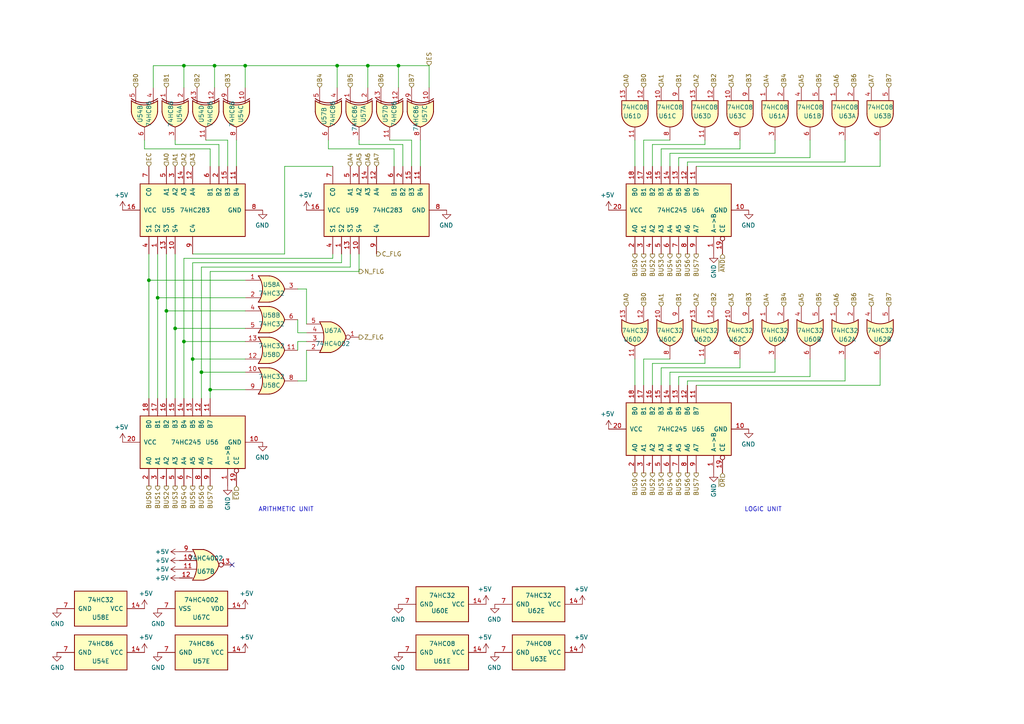
<source format=kicad_sch>
(kicad_sch (version 20231120) (generator "eeschema") (generator_version "8.0")
  (paper "A4")
  (title_block (title "Arithmetic and Logic Unit") (date "2024-10-10") (rev "1.1") (comment 2 "creativecommons.org/licenses/by-nc-sa/4.0/") (comment 3 "This work is licensed under CC BY-NC-SA 4.0") (comment 4 "Author: Carsten Herting (slu4)"))
  (lib_symbols
    (symbol "74xx:74HC86" (pin_names (offset 1.016))
      (property "Reference" "U" (at 0 1.27 0))
      (property "Value" "74HC86" (at 0 -1.27 0))
      (symbol "74HC86_1_0"
        (pin input line (at -7.62 2.54 0) (length 4.445) (name "~") (number "1"))
        (pin input line (at -7.62 -2.54 0) (length 4.445) (name "~") (number "2"))
        (pin output line (at 7.62 0 180) (length 3.81) (name "~") (number "3"))
      )
      (symbol "74HC86_2_0"
        (pin input line (at -7.62 2.54 0) (length 4.445) (name "~") (number "4"))
        (pin input line (at -7.62 -2.54 0) (length 4.445) (name "~") (number "5"))
        (pin output line (at 7.62 0 180) (length 3.81) (name "~") (number "6"))
      )
      (symbol "74HC86_3_0"
        (pin input line (at -7.62 -2.54 0) (length 4.445) (name "~") (number "10"))
        (pin output line (at 7.62 0 180) (length 3.81) (name "~") (number "8"))
        (pin input line (at -7.62 2.54 0) (length 4.445) (name "~") (number "9"))
      )
      (symbol "74HC86_4_0"
        (pin output line (at 7.62 0 180) (length 3.81) (name "~") (number "11"))
        (pin input line (at -7.62 2.54 0) (length 4.445) (name "~") (number "12"))
        (pin input line (at -7.62 -2.54 0) (length 4.445) (name "~") (number "13"))
      )
      (symbol "74HC86_5_0"
        (pin power_in line (at 0 12.7 270) (length 5.08) (name "VCC") (number "14"))
        (pin power_in line (at 0 -12.7 90) (length 5.08) (name "GND") (number "7"))
      )
    )
    (symbol "8-Bit CPU 32k:74HC08" (pin_names (offset 1.016))
      (property "Reference" "U" (at 0 1.27 0))
      (property "Value" "74HC08" (at 0 -1.27 0))
      (symbol "74HC08_1_1"
        (pin input line (at -7.62 2.54 0) (length 3.81) (name "~") (number "1"))
        (pin input line (at -7.62 -2.54 0) (length 3.81) (name "~") (number "2"))
        (pin output line (at 7.62 0 180) (length 3.81) (name "~") (number "3"))
      )
      (symbol "74HC08_1_2"
        (pin input inverted (at -7.62 2.54 0) (length 4.318) (name "~") (number "1"))
        (pin input inverted (at -7.62 -2.54 0) (length 4.318) (name "~") (number "2"))
        (pin output inverted (at 7.62 0 180) (length 3.81) (name "~") (number "3"))
      )
      (symbol "74HC08_2_1"
        (pin input line (at -7.62 2.54 0) (length 3.81) (name "~") (number "4"))
        (pin input line (at -7.62 -2.54 0) (length 3.81) (name "~") (number "5"))
        (pin output line (at 7.62 0 180) (length 3.81) (name "~") (number "6"))
      )
      (symbol "74HC08_2_2"
        (pin input inverted (at -7.62 2.54 0) (length 4.318) (name "~") (number "4"))
        (pin input inverted (at -7.62 -2.54 0) (length 4.318) (name "~") (number "5"))
        (pin output inverted (at 7.62 0 180) (length 3.81) (name "~") (number "6"))
      )
      (symbol "74HC08_3_1"
        (pin input line (at -7.62 -2.54 0) (length 3.81) (name "~") (number "10"))
        (pin output line (at 7.62 0 180) (length 3.81) (name "~") (number "8"))
        (pin input line (at -7.62 2.54 0) (length 3.81) (name "~") (number "9"))
      )
      (symbol "74HC08_3_2"
        (pin input inverted (at -7.62 -2.54 0) (length 4.318) (name "~") (number "10"))
        (pin output inverted (at 7.62 0 180) (length 3.81) (name "~") (number "8"))
        (pin input inverted (at -7.62 2.54 0) (length 4.318) (name "~") (number "9"))
      )
      (symbol "74HC08_4_1"
        (pin output line (at 7.62 0 180) (length 3.81) (name "~") (number "11"))
        (pin input line (at -7.62 2.54 0) (length 3.81) (name "~") (number "12"))
        (pin input line (at -7.62 -2.54 0) (length 3.81) (name "~") (number "13"))
      )
      (symbol "74HC08_4_2"
        (pin output inverted (at 7.62 0 180) (length 3.81) (name "~") (number "11"))
        (pin input inverted (at -7.62 2.54 0) (length 4.318) (name "~") (number "12"))
        (pin input inverted (at -7.62 -2.54 0) (length 4.318) (name "~") (number "13"))
      )
      (symbol "74HC08_5_0"
        (pin power_in line (at 0 12.7 270) (length 5.08) (name "VCC") (number "14"))
        (pin power_in line (at 0 -12.7 90) (length 5.08) (name "GND") (number "7"))
      )
    )
    (symbol "8-Bit CPU 32k:74HC245" (pin_names (offset 1.016))
      (property "Reference" "U" (at 0 -6.35 90))
      (property "Value" "74HC245" (at 0 2.54 90))
      (symbol "74HC245_1_0"
        (pin input line (at -12.7 -10.16 0) (length 5.08) (name "A->B") (number "1"))
        (pin power_in line (at 0 -20.32 90) (length 5.08) (name "GND") (number "10"))
        (pin input line (at 12.7 -5.08 180) (length 5.08) (name "B7") (number "11"))
        (pin input line (at 12.7 -2.54 180) (length 5.08) (name "B6") (number "12"))
        (pin input line (at 12.7 0 180) (length 5.08) (name "B5") (number "13"))
        (pin input line (at 12.7 2.54 180) (length 5.08) (name "B4") (number "14"))
        (pin input line (at 12.7 5.08 180) (length 5.08) (name "B3") (number "15"))
        (pin input line (at 12.7 7.62 180) (length 5.08) (name "B2") (number "16"))
        (pin input line (at 12.7 10.16 180) (length 5.08) (name "B1") (number "17"))
        (pin input line (at 12.7 12.7 180) (length 5.08) (name "B0") (number "18"))
        (pin input inverted (at -12.7 -12.7 0) (length 5.08) (name "CE") (number "19"))
        (pin tri_state line (at -12.7 12.7 0) (length 5.08) (name "A0") (number "2"))
        (pin power_in line (at 0 20.32 270) (length 5.08) (name "VCC") (number "20"))
        (pin tri_state line (at -12.7 10.16 0) (length 5.08) (name "A1") (number "3"))
        (pin tri_state line (at -12.7 7.62 0) (length 5.08) (name "A2") (number "4"))
        (pin tri_state line (at -12.7 5.08 0) (length 5.08) (name "A3") (number "5"))
        (pin tri_state line (at -12.7 2.54 0) (length 5.08) (name "A4") (number "6"))
        (pin tri_state line (at -12.7 0 0) (length 5.08) (name "A5") (number "7"))
        (pin tri_state line (at -12.7 -2.54 0) (length 5.08) (name "A6") (number "8"))
        (pin tri_state line (at -12.7 -5.08 0) (length 5.08) (name "A7") (number "9"))
      )
    )
    (symbol "8-Bit CPU 32k:74HC283" (pin_names (offset 1.016))
      (property "Reference" "U" (at 0 -5.08 90))
      (property "Value" "74HC283" (at 0 3.81 90))
      (symbol "74HC283_1_0"
        (pin output line (at 12.7 10.16 180) (length 5.08) (name "S2") (number "1"))
        (pin output line (at 12.7 5.08 180) (length 5.08) (name "S4") (number "10"))
        (pin input line (at -12.7 -12.7 0) (length 5.08) (name "B4") (number "11"))
        (pin input line (at -12.7 0 0) (length 5.08) (name "A4") (number "12"))
        (pin output line (at 12.7 7.62 180) (length 5.08) (name "S3") (number "13"))
        (pin input line (at -12.7 2.54 0) (length 5.08) (name "A3") (number "14"))
        (pin input line (at -12.7 -10.16 0) (length 5.08) (name "B3") (number "15"))
        (pin power_in line (at 0 20.32 270) (length 5.08) (name "VCC") (number "16"))
        (pin input line (at -12.7 -7.62 0) (length 5.08) (name "B2") (number "2"))
        (pin input line (at -12.7 5.08 0) (length 5.08) (name "A2") (number "3"))
        (pin output line (at 12.7 12.7 180) (length 5.08) (name "S1") (number "4"))
        (pin input line (at -12.7 7.62 0) (length 5.08) (name "A1") (number "5"))
        (pin input line (at -12.7 -5.08 0) (length 5.08) (name "B1") (number "6"))
        (pin input line (at -12.7 12.7 0) (length 5.08) (name "C0") (number "7"))
        (pin power_in line (at 0 -20.32 90) (length 5.08) (name "GND") (number "8"))
        (pin output line (at 12.7 0 180) (length 5.08) (name "C4") (number "9"))
      )
    )
    (symbol "8-Bit CPU 32k:74HC32" (pin_names (offset 1.016))
      (property "Reference" "U" (at 0 1.27 0))
      (property "Value" "74HC32" (at 0 -1.27 0))
      (symbol "74HC32_1_1"
        (pin input line (at -7.62 2.54 0) (length 4.318) (name "~") (number "1"))
        (pin input line (at -7.62 -2.54 0) (length 4.318) (name "~") (number "2"))
        (pin output line (at 7.62 0 180) (length 3.81) (name "~") (number "3"))
      )
      (symbol "74HC32_1_2"
        (pin input inverted (at -7.62 2.54 0) (length 3.81) (name "~") (number "1"))
        (pin input inverted (at -7.62 -2.54 0) (length 3.81) (name "~") (number "2"))
        (pin output inverted (at 7.62 0 180) (length 3.81) (name "~") (number "3"))
      )
      (symbol "74HC32_2_1"
        (pin input line (at -7.62 2.54 0) (length 4.318) (name "~") (number "4"))
        (pin input line (at -7.62 -2.54 0) (length 4.318) (name "~") (number "5"))
        (pin output line (at 7.62 0 180) (length 3.81) (name "~") (number "6"))
      )
      (symbol "74HC32_2_2"
        (pin input inverted (at -7.62 2.54 0) (length 3.81) (name "~") (number "4"))
        (pin input inverted (at -7.62 -2.54 0) (length 3.81) (name "~") (number "5"))
        (pin output inverted (at 7.62 0 180) (length 3.81) (name "~") (number "6"))
      )
      (symbol "74HC32_3_1"
        (pin input line (at -7.62 -2.54 0) (length 4.318) (name "~") (number "10"))
        (pin output line (at 7.62 0 180) (length 3.81) (name "~") (number "8"))
        (pin input line (at -7.62 2.54 0) (length 4.318) (name "~") (number "9"))
      )
      (symbol "74HC32_3_2"
        (pin input inverted (at -7.62 -2.54 0) (length 3.81) (name "~") (number "10"))
        (pin output inverted (at 7.62 0 180) (length 3.81) (name "~") (number "8"))
        (pin input inverted (at -7.62 2.54 0) (length 3.81) (name "~") (number "9"))
      )
      (symbol "74HC32_4_1"
        (pin output line (at 7.62 0 180) (length 3.81) (name "~") (number "11"))
        (pin input line (at -7.62 2.54 0) (length 4.318) (name "~") (number "12"))
        (pin input line (at -7.62 -2.54 0) (length 4.318) (name "~") (number "13"))
      )
      (symbol "74HC32_4_2"
        (pin output inverted (at 7.62 0 180) (length 3.81) (name "~") (number "11"))
        (pin input inverted (at -7.62 2.54 0) (length 3.81) (name "~") (number "12"))
        (pin input inverted (at -7.62 -2.54 0) (length 3.81) (name "~") (number "13"))
      )
      (symbol "74HC32_5_0"
        (pin power_in line (at 0 12.7 270) (length 5.08) (name "VCC") (number "14"))
        (pin power_in line (at 0 -12.7 90) (length 5.08) (name "GND") (number "7"))
      )
    )
    (symbol "8-Bit CPU 32k:74HC4002" (pin_names (offset 1.016))
      (property "Reference" "U" (at 0 1.27 0))
      (property "Value" "74HC4002" (at 0 -1.27 0))
      (symbol "74HC4002_1_1"
        (pin output inverted (at 7.62 0 180) (length 3.81) (name "~") (number "1"))
        (pin input line (at -7.62 3.81 0) (length 4.064) (name "~") (number "2"))
        (pin input line (at -7.62 1.27 0) (length 4.826) (name "~") (number "3"))
        (pin input line (at -7.62 -1.27 0) (length 4.826) (name "~") (number "4"))
        (pin input line (at -7.62 -3.81 0) (length 4.064) (name "~") (number "5"))
      )
      (symbol "74HC4002_1_2"
        (pin output line (at 7.62 0 180) (length 3.81) (name "~") (number "1"))
        (pin input inverted (at -7.62 3.81 0) (length 3.81) (name "~") (number "2"))
        (pin input inverted (at -7.62 1.27 0) (length 3.81) (name "~") (number "3"))
        (pin input inverted (at -7.62 -1.27 0) (length 3.81) (name "~") (number "4"))
        (pin input inverted (at -7.62 -3.81 0) (length 3.81) (name "~") (number "5"))
      )
      (symbol "74HC4002_2_1"
        (pin input line (at -7.62 1.27 0) (length 4.826) (name "~") (number "10"))
        (pin input line (at -7.62 -1.27 0) (length 4.826) (name "~") (number "11"))
        (pin input line (at -7.62 -3.81 0) (length 3.81) (name "~") (number "12"))
        (pin output inverted (at 7.62 0 180) (length 3.81) (name "~") (number "13"))
        (pin input line (at -7.62 3.81 0) (length 3.81) (name "~") (number "9"))
      )
      (symbol "74HC4002_2_2"
        (pin input inverted (at -7.62 1.27 0) (length 3.81) (name "~") (number "10"))
        (pin input inverted (at -7.62 -1.27 0) (length 3.81) (name "~") (number "11"))
        (pin input inverted (at -7.62 -3.81 0) (length 3.81) (name "~") (number "12"))
        (pin output line (at 7.62 0 180) (length 3.81) (name "~") (number "13"))
        (pin input inverted (at -7.62 3.81 0) (length 3.81) (name "~") (number "9"))
      )
      (symbol "74HC4002_3_0"
        (pin power_in line (at 0 12.7 270) (length 5.08) (name "VDD") (number "14"))
        (pin no_connect line (at 10.16 0 180) (length 5.08) hide (name "~") (number "6"))
        (pin power_in line (at 0 -12.7 90) (length 5.08) (name "VSS") (number "7"))
        (pin no_connect line (at -10.16 0 0) (length 5.08) hide (name "~") (number "8"))
      )
    )
    (symbol "power:+5V" (power) (pin_names (offset 0))
      (property "Value" "+5V" (at 0 3.556 0))
      (symbol "+5V_1_1"
        (pin power_in line (at 0 0 90) (length 0) hide (name "+5V") (number "1"))
      )
    )
    (symbol "power:GND" (power) (pin_names (offset 0))
      (property "Value" "GND" (at 0 -3.81 0))
      (symbol "GND_1_1"
        (pin power_in line (at 0 0 270) (length 0) hide (name "GND") (number "1"))
      )
    )
  )
  (junction (at 53.34 19.05))
  (junction (at 43.18 81.28))
  (junction (at 58.42 107.95))
  (junction (at 50.8 95.25))
  (junction (at 97.79 19.05))
  (junction (at 62.23 19.05))
  (junction (at 106.68 19.05))
  (junction (at 55.88 104.14))
  (junction (at 45.72 86.36))
  (junction (at 48.26 90.17))
  (junction (at 60.96 113.03))
  (junction (at 115.57 19.05))
  (junction (at 53.34 99.06))
  (junction (at 71.12 19.05))
  (no_connect (at 67.31 163.83))
  (wire (pts (xy 71.12 19.05) (xy 97.79 19.05)))
  (wire (pts (xy 50.8 41.91) (xy 63.5 41.91)))
  (wire (pts (xy 194.31 48.26) (xy 194.31 44.45)))
  (wire (pts (xy 86.36 83.82) (xy 88.9 83.82)))
  (wire (pts (xy 45.72 73.66) (xy 45.72 86.36)))
  (wire (pts (xy 245.11 46.99) (xy 245.11 40.64)))
  (wire (pts (xy 71.12 107.95) (xy 58.42 107.95)))
  (wire (pts (xy 186.69 111.76) (xy 186.69 104.14)))
  (wire (pts (xy 186.69 48.26) (xy 186.69 40.64)))
  (wire (pts (xy 116.84 48.26) (xy 116.84 41.91)))
  (wire (pts (xy 62.23 19.05) (xy 53.34 19.05)))
  (wire (pts (xy 196.85 109.22) (xy 234.95 109.22)))
  (wire (pts (xy 71.12 86.36) (xy 45.72 86.36)))
  (wire (pts (xy 63.5 48.26) (xy 63.5 41.91)))
  (wire (pts (xy 43.18 81.28) (xy 43.18 115.57)))
  (wire (pts (xy 255.27 111.76) (xy 255.27 104.14)))
  (wire (pts (xy 99.06 76.2) (xy 55.88 76.2)))
  (wire (pts (xy 191.77 48.26) (xy 191.77 43.18)))
  (wire (pts (xy 60.96 78.74) (xy 60.96 113.03)))
  (wire (pts (xy 214.63 43.18) (xy 214.63 40.64)))
  (wire (pts (xy 88.9 110.49) (xy 88.9 101.6)))
  (wire (pts (xy 214.63 106.68) (xy 214.63 104.14)))
  (wire (pts (xy 204.47 105.41) (xy 204.47 104.14)))
  (wire (pts (xy 104.14 78.74) (xy 60.96 78.74)))
  (wire (pts (xy 44.45 19.05) (xy 53.34 19.05)))
  (wire (pts (xy 86.36 99.06) (xy 88.9 99.06)))
  (wire (pts (xy 71.12 104.14) (xy 55.88 104.14)))
  (wire (pts (xy 96.52 74.93) (xy 53.34 74.93)))
  (wire (pts (xy 115.57 19.05) (xy 106.68 19.05)))
  (wire (pts (xy 53.34 74.93) (xy 53.34 99.06)))
  (wire (pts (xy 116.84 41.91) (xy 104.14 41.91)))
  (wire (pts (xy 43.18 73.66) (xy 43.18 81.28)))
  (wire (pts (xy 194.31 44.45) (xy 224.79 44.45)))
  (wire (pts (xy 121.92 48.26) (xy 121.92 40.64)))
  (wire (pts (xy 68.58 48.26) (xy 68.58 40.64)))
  (wire (pts (xy 191.77 111.76) (xy 191.77 106.68)))
  (wire (pts (xy 124.46 19.05) (xy 115.57 19.05)))
  (wire (pts (xy 71.12 95.25) (xy 50.8 95.25)))
  (wire (pts (xy 95.25 43.18) (xy 114.3 43.18)))
  (wire (pts (xy 71.12 19.05) (xy 62.23 19.05)))
  (wire (pts (xy 71.12 81.28) (xy 43.18 81.28)))
  (wire (pts (xy 186.69 104.14) (xy 194.31 104.14)))
  (wire (pts (xy 234.95 45.72) (xy 234.95 40.64)))
  (wire (pts (xy 224.79 44.45) (xy 224.79 40.64)))
  (wire (pts (xy 50.8 40.64) (xy 50.8 41.91)))
  (wire (pts (xy 55.88 104.14) (xy 55.88 115.57)))
  (wire (pts (xy 41.91 43.18) (xy 41.91 40.64)))
  (wire (pts (xy 199.39 48.26) (xy 199.39 46.99)))
  (wire (pts (xy 50.8 73.66) (xy 50.8 95.25)))
  (wire (pts (xy 60.96 43.18) (xy 41.91 43.18)))
  (wire (pts (xy 44.45 25.4) (xy 44.45 19.05)))
  (wire (pts (xy 97.79 25.4) (xy 97.79 19.05)))
  (wire (pts (xy 184.15 111.76) (xy 184.15 104.14)))
  (wire (pts (xy 55.88 73.66) (xy 82.55 73.66)))
  (wire (pts (xy 96.52 73.66) (xy 96.52 74.93)))
  (wire (pts (xy 53.34 19.05) (xy 53.34 25.4)))
  (wire (pts (xy 189.23 105.41) (xy 204.47 105.41)))
  (wire (pts (xy 191.77 43.18) (xy 214.63 43.18)))
  (wire (pts (xy 106.68 19.05) (xy 97.79 19.05)))
  (wire (pts (xy 234.95 109.22) (xy 234.95 104.14)))
  (wire (pts (xy 104.14 73.66) (xy 104.14 78.74)))
  (wire (pts (xy 196.85 45.72) (xy 234.95 45.72)))
  (wire (pts (xy 95.25 40.64) (xy 95.25 43.18)))
  (wire (pts (xy 53.34 99.06) (xy 53.34 115.57)))
  (wire (pts (xy 113.03 40.64) (xy 119.38 40.64)))
  (wire (pts (xy 71.12 113.03) (xy 60.96 113.03)))
  (wire (pts (xy 104.14 41.91) (xy 104.14 40.64)))
  (wire (pts (xy 60.96 48.26) (xy 60.96 43.18)))
  (wire (pts (xy 48.26 90.17) (xy 48.26 115.57)))
  (wire (pts (xy 88.9 83.82) (xy 88.9 93.98)))
  (wire (pts (xy 245.11 110.49) (xy 245.11 104.14)))
  (wire (pts (xy 82.55 73.66) (xy 82.55 48.26)))
  (wire (pts (xy 62.23 25.4) (xy 62.23 19.05)))
  (wire (pts (xy 58.42 107.95) (xy 58.42 115.57)))
  (wire (pts (xy 184.15 48.26) (xy 184.15 40.64)))
  (wire (pts (xy 48.26 73.66) (xy 48.26 90.17)))
  (wire (pts (xy 71.12 90.17) (xy 48.26 90.17)))
  (wire (pts (xy 191.77 106.68) (xy 214.63 106.68)))
  (wire (pts (xy 255.27 48.26) (xy 255.27 40.64)))
  (wire (pts (xy 99.06 73.66) (xy 99.06 76.2)))
  (wire (pts (xy 86.36 92.71) (xy 86.36 96.52)))
  (wire (pts (xy 189.23 48.26) (xy 189.23 41.91)))
  (wire (pts (xy 86.36 96.52) (xy 88.9 96.52)))
  (wire (pts (xy 194.31 107.95) (xy 224.79 107.95)))
  (wire (pts (xy 194.31 111.76) (xy 194.31 107.95)))
  (wire (pts (xy 71.12 25.4) (xy 71.12 19.05)))
  (wire (pts (xy 86.36 110.49) (xy 88.9 110.49)))
  (wire (pts (xy 50.8 95.25) (xy 50.8 115.57)))
  (wire (pts (xy 101.6 73.66) (xy 101.6 77.47)))
  (wire (pts (xy 189.23 41.91) (xy 204.47 41.91)))
  (wire (pts (xy 45.72 86.36) (xy 45.72 115.57)))
  (wire (pts (xy 66.04 48.26) (xy 66.04 40.64)))
  (wire (pts (xy 55.88 76.2) (xy 55.88 104.14)))
  (wire (pts (xy 199.39 111.76) (xy 199.39 110.49)))
  (wire (pts (xy 60.96 113.03) (xy 60.96 115.57)))
  (wire (pts (xy 196.85 111.76) (xy 196.85 109.22)))
  (wire (pts (xy 204.47 41.91) (xy 204.47 40.64)))
  (wire (pts (xy 186.69 40.64) (xy 194.31 40.64)))
  (wire (pts (xy 58.42 77.47) (xy 58.42 107.95)))
  (wire (pts (xy 201.93 111.76) (xy 255.27 111.76)))
  (wire (pts (xy 189.23 111.76) (xy 189.23 105.41)))
  (wire (pts (xy 106.68 25.4) (xy 106.68 19.05)))
  (wire (pts (xy 124.46 25.4) (xy 124.46 19.05)))
  (wire (pts (xy 101.6 77.47) (xy 58.42 77.47)))
  (wire (pts (xy 196.85 48.26) (xy 196.85 45.72)))
  (wire (pts (xy 199.39 110.49) (xy 245.11 110.49)))
  (wire (pts (xy 224.79 107.95) (xy 224.79 104.14)))
  (wire (pts (xy 115.57 25.4) (xy 115.57 19.05)))
  (wire (pts (xy 82.55 48.26) (xy 96.52 48.26)))
  (wire (pts (xy 199.39 46.99) (xy 245.11 46.99)))
  (wire (pts (xy 86.36 101.6) (xy 86.36 99.06)))
  (wire (pts (xy 201.93 48.26) (xy 255.27 48.26)))
  (wire (pts (xy 114.3 43.18) (xy 114.3 48.26)))
  (wire (pts (xy 119.38 40.64) (xy 119.38 48.26)))
  (wire (pts (xy 71.12 99.06) (xy 53.34 99.06)))
  (wire (pts (xy 66.04 40.64) (xy 59.69 40.64)))
  (text "ARITHMETIC UNIT" (at 74.93 148.59 0) (effects (font (size 1.27 1.27)) (justify left bottom)))
  (text "LOGIC UNIT" (at 215.9 148.59 0) (effects (font (size 1.27 1.27)) (justify left bottom)))
  (hierarchical_label "B4" (shape input) (at 227.33 88.9 90))
  (hierarchical_label "BUS5" (shape output) (at 196.85 73.66 270))
  (hierarchical_label "B4" (shape input) (at 227.33 25.4 90))
  (hierarchical_label "BUS6" (shape output) (at 199.39 73.66 270))
  (hierarchical_label "BUS3" (shape output) (at 191.77 73.66 270))
  (hierarchical_label "~{AND}" (shape input) (at 209.55 73.66 270))
  (hierarchical_label "B7" (shape input) (at 257.81 25.4 90))
  (hierarchical_label "A2" (shape input) (at 53.34 48.26 90))
  (hierarchical_label "A6" (shape input) (at 106.68 48.26 90))
  (hierarchical_label "B5" (shape input) (at 101.6 25.4 90))
  (hierarchical_label "BUS5" (shape output) (at 196.85 137.16 270))
  (hierarchical_label "B0" (shape input) (at 39.37 25.4 90))
  (hierarchical_label "Z_FLG" (shape output) (at 104.14 97.79 0))
  (hierarchical_label "B4" (shape input) (at 92.71 25.4 90))
  (hierarchical_label "B6" (shape input) (at 247.65 25.4 90))
  (hierarchical_label "A1" (shape input) (at 50.8 48.26 90))
  (hierarchical_label "BUS4" (shape output) (at 194.31 73.66 270))
  (hierarchical_label "A3" (shape input) (at 212.09 88.9 90))
  (hierarchical_label "B5" (shape input) (at 237.49 88.9 90))
  (hierarchical_label "EC" (shape input) (at 43.18 48.26 90))
  (hierarchical_label "A7" (shape input) (at 252.73 25.4 90))
  (hierarchical_label "B1" (shape input) (at 48.26 25.4 90))
  (hierarchical_label "BUS1" (shape output) (at 45.72 140.97 270))
  (hierarchical_label "~{EO}" (shape input) (at 68.58 140.97 270))
  (hierarchical_label "BUS5" (shape output) (at 55.88 140.97 270))
  (hierarchical_label "A2" (shape input) (at 201.93 25.4 90))
  (hierarchical_label "BUS1" (shape output) (at 186.69 73.66 270))
  (hierarchical_label "BUS6" (shape output) (at 199.39 137.16 270))
  (hierarchical_label "A6" (shape input) (at 242.57 25.4 90))
  (hierarchical_label "A3" (shape input) (at 55.88 48.26 90))
  (hierarchical_label "C_FLG" (shape output) (at 109.22 73.66 0))
  (hierarchical_label "BUS0" (shape output) (at 184.15 73.66 270))
  (hierarchical_label "B3" (shape input) (at 217.17 25.4 90))
  (hierarchical_label "A1" (shape input) (at 191.77 25.4 90))
  (hierarchical_label "A5" (shape input) (at 104.14 48.26 90))
  (hierarchical_label "A1" (shape input) (at 191.77 88.9 90))
  (hierarchical_label "BUS2" (shape output) (at 48.26 140.97 270))
  (hierarchical_label "BUS0" (shape output) (at 184.15 137.16 270))
  (hierarchical_label "BUS7" (shape output) (at 60.96 140.97 270))
  (hierarchical_label "B5" (shape input) (at 237.49 25.4 90))
  (hierarchical_label "B0" (shape input) (at 186.69 88.9 90))
  (hierarchical_label "B1" (shape input) (at 196.85 88.9 90))
  (hierarchical_label "BUS7" (shape output) (at 201.93 137.16 270))
  (hierarchical_label "B3" (shape input) (at 217.17 88.9 90))
  (hierarchical_label "BUS3" (shape output) (at 50.8 140.97 270))
  (hierarchical_label "A2" (shape input) (at 201.93 88.9 90))
  (hierarchical_label "ES" (shape input) (at 124.46 19.05 90))
  (hierarchical_label "B2" (shape input) (at 207.01 88.9 90))
  (hierarchical_label "B2" (shape input) (at 207.01 25.4 90))
  (hierarchical_label "A7" (shape input) (at 109.22 48.26 90))
  (hierarchical_label "B6" (shape input) (at 247.65 88.9 90))
  (hierarchical_label "A0" (shape input) (at 181.61 88.9 90))
  (hierarchical_label "BUS7" (shape output) (at 201.93 73.66 270))
  (hierarchical_label "BUS6" (shape output) (at 58.42 140.97 270))
  (hierarchical_label "B7" (shape input) (at 257.81 88.9 90))
  (hierarchical_label "~{OR}" (shape input) (at 209.55 137.16 270))
  (hierarchical_label "BUS3" (shape output) (at 191.77 137.16 270))
  (hierarchical_label "B6" (shape input) (at 110.49 25.4 90))
  (hierarchical_label "A5" (shape input) (at 232.41 88.9 90))
  (hierarchical_label "A5" (shape input) (at 232.41 25.4 90))
  (hierarchical_label "A6" (shape input) (at 242.57 88.9 90))
  (hierarchical_label "B0" (shape input) (at 186.69 25.4 90))
  (hierarchical_label "A4" (shape input) (at 222.25 25.4 90))
  (hierarchical_label "BUS2" (shape output) (at 189.23 73.66 270))
  (hierarchical_label "A0" (shape input) (at 181.61 25.4 90))
  (hierarchical_label "B1" (shape input) (at 196.85 25.4 90))
  (hierarchical_label "BUS2" (shape output) (at 189.23 137.16 270))
  (hierarchical_label "A7" (shape input) (at 252.73 88.9 90))
  (hierarchical_label "A3" (shape input) (at 212.09 25.4 90))
  (hierarchical_label "BUS0" (shape output) (at 43.18 140.97 270))
  (hierarchical_label "N_FLG" (shape output) (at 104.14 78.74 0))
  (hierarchical_label "B7" (shape input) (at 119.38 25.4 90))
  (hierarchical_label "BUS4" (shape output) (at 53.34 140.97 270))
  (hierarchical_label "B2" (shape input) (at 57.15 25.4 90))
  (hierarchical_label "B3" (shape input) (at 66.04 25.4 90))
  (hierarchical_label "A4" (shape input) (at 222.25 88.9 90))
  (hierarchical_label "A0" (shape input) (at 48.26 48.26 90))
  (hierarchical_label "A4" (shape input) (at 101.6 48.26 90))
  (hierarchical_label "BUS1" (shape output) (at 186.69 137.16 270))
  (hierarchical_label "BUS4" (shape output) (at 194.31 137.16 270))
  (symbol (lib_id "74xx:74HC86") (at 29.21 189.23 270) (unit 5)
    (property "Reference" "U54" (at 29.21 191.77 90))
    (property "Value" "74HC86" (at 29.21 186.69 90))
    (property "Footprint" "Package_DIP:DIP-14_W7.62mm_Socket" (effects (hide yes)))
    (property "Datasheet" "http://www.ti.com/lit/gpn/sn74HC86" (effects (hide yes)))
  )
  (symbol (lib_id "74xx:74HC86") (at 58.42 189.23 270) (unit 5)
    (property "Reference" "U57" (at 58.42 191.77 90))
    (property "Value" "74HC86" (at 58.42 186.69 90))
    (property "Footprint" "Package_DIP:DIP-14_W7.62mm_Socket" (effects (hide yes)))
    (property "Datasheet" "http://www.ti.com/lit/gpn/sn74HC86" (effects (hide yes)))
  )
  (symbol (lib_id "power:GND") (at 16.51 189.23 0) (unit 1)
    (property "Reference" "#PWR0222" (effects (hide yes)))
    (property "Value" "GND" (at 16.637 193.6242 0))
  )
  (symbol (lib_id "power:GND") (at 45.72 189.23 0) (unit 1)
    (property "Reference" "#PWR0226" (effects (hide yes)))
    (property "Value" "GND" (at 45.847 193.6242 0))
  )
  (symbol (lib_id "power:+5V") (at 71.12 189.23 0) (unit 1)
    (property "Reference" "#PWR0228" (effects (hide yes)))
    (property "Value" "+5V" (at 71.501 184.8358 0))
  )
  (symbol (lib_id "power:+5V") (at 41.91 189.23 0) (unit 1)
    (property "Reference" "#PWR0225" (effects (hide yes)))
    (property "Value" "+5V" (at 42.291 184.8358 0))
  )
  (symbol (lib_id "8-Bit CPU 32k:74HC245") (at 55.88 128.27 90) (unit 1)
    (property "Reference" "U56" (at 63.5 128.27 90) (effects (justify left)))
    (property "Value" "74HC245" (at 58.42 128.27 90) (effects (justify left)))
    (property "Footprint" "Package_DIP:DIP-20_W7.62mm_Socket" (effects (hide yes)))
    (property "Datasheet" "http://www.ti.com/lit/gpn/sn74HC245" (effects (hide yes)))
    (property "Description" "Octal BUS Transceivers, 3-State outputs" (effects (hide yes)))
  )
  (symbol (lib_id "power:GND") (at 66.04 140.97 0) (mirror y) (unit 1)
    (property "Reference" "#PWR0227" (effects (hide yes)))
    (property "Value" "GND" (at 66.04 146.05 90))
  )
  (symbol (lib_id "power:GND") (at 76.2 60.96 0) (mirror y) (unit 1)
    (property "Reference" "#PWR0231" (effects (hide yes)))
    (property "Value" "GND" (at 76.073 65.3542 0))
  )
  (symbol (lib_id "power:GND") (at 129.54 60.96 0) (mirror y) (unit 1)
    (property "Reference" "#PWR0236" (effects (hide yes)))
    (property "Value" "GND" (at 129.413 65.3542 0))
  )
  (symbol (lib_id "power:GND") (at 76.2 128.27 0) (mirror y) (unit 1)
    (property "Reference" "#PWR0232" (effects (hide yes)))
    (property "Value" "GND" (at 76.073 132.6642 0))
  )
  (symbol (lib_id "power:+5V") (at 88.9 60.96 0) (mirror y) (unit 1)
    (property "Reference" "#PWR0233" (effects (hide yes)))
    (property "Value" "+5V" (at 88.519 56.5658 0))
  )
  (symbol (lib_id "power:+5V") (at 35.56 60.96 0) (mirror y) (unit 1)
    (property "Reference" "#PWR0223" (effects (hide yes)))
    (property "Value" "+5V" (at 35.179 56.5658 0))
  )
  (symbol (lib_id "power:+5V") (at 35.56 128.27 0) (mirror y) (unit 1)
    (property "Reference" "#PWR0224" (effects (hide yes)))
    (property "Value" "+5V" (at 35.179 123.8758 0))
  )
  (symbol (lib_id "74xx:74HC86") (at 104.14 33.02 90) (mirror x) (unit 1)
    (property "Reference" "U57" (at 105.41 33.02 0))
    (property "Value" "74HC86" (at 102.87 34.29 0))
    (property "Footprint" "Package_DIP:DIP-14_W7.62mm_Socket" (effects (hide yes)))
    (property "Datasheet" "http://www.ti.com/lit/gpn/sn74HC86" (effects (hide yes)))
  )
  (symbol (lib_id "74xx:74HC86") (at 95.25 33.02 270) (unit 2)
    (property "Reference" "U57" (at 93.98 33.655 0))
    (property "Value" "74HC86" (at 96.52 33.02 0))
    (property "Footprint" "Package_DIP:DIP-14_W7.62mm_Socket" (effects (hide yes)))
    (property "Datasheet" "http://www.ti.com/lit/gpn/sn74HC86" (effects (hide yes)))
  )
  (symbol (lib_id "74xx:74HC86") (at 121.92 33.02 90) (mirror x) (unit 3)
    (property "Reference" "U57" (at 123.19 33.02 0))
    (property "Value" "74HC86" (at 120.65 34.29 0))
    (property "Footprint" "Package_DIP:DIP-14_W7.62mm_Socket" (effects (hide yes)))
    (property "Datasheet" "http://www.ti.com/lit/gpn/sn74HC86" (effects (hide yes)))
  )
  (symbol (lib_id "74xx:74HC86") (at 113.03 33.02 270) (unit 4)
    (property "Reference" "U57" (at 111.76 33.02 0))
    (property "Value" "74HC86" (at 114.3 33.02 0))
    (property "Footprint" "Package_DIP:DIP-14_W7.62mm_Socket" (effects (hide yes)))
    (property "Datasheet" "http://www.ti.com/lit/gpn/sn74HC86" (effects (hide yes)))
  )
  (symbol (lib_id "74xx:74HC86") (at 50.8 33.02 90) (mirror x) (unit 1)
    (property "Reference" "U54" (at 52.07 33.02 0))
    (property "Value" "74HC86" (at 49.53 33.02 0))
    (property "Footprint" "Package_DIP:DIP-14_W7.62mm_Socket" (effects (hide yes)))
    (property "Datasheet" "http://www.ti.com/lit/gpn/sn74HC86" (effects (hide yes)))
  )
  (symbol (lib_id "74xx:74HC86") (at 41.91 33.02 270) (unit 2)
    (property "Reference" "U54" (at 40.64 33.02 0))
    (property "Value" "74HC86" (at 43.18 33.02 0))
    (property "Footprint" "Package_DIP:DIP-14_W7.62mm_Socket" (effects (hide yes)))
    (property "Datasheet" "http://www.ti.com/lit/gpn/sn74HC86" (effects (hide yes)))
  )
  (symbol (lib_id "74xx:74HC86") (at 68.58 33.02 90) (mirror x) (unit 3)
    (property "Reference" "U54" (at 69.85 33.02 0))
    (property "Value" "74HC86" (at 67.31 33.02 0))
    (property "Footprint" "Package_DIP:DIP-14_W7.62mm_Socket" (effects (hide yes)))
    (property "Datasheet" "http://www.ti.com/lit/gpn/sn74HC86" (effects (hide yes)))
  )
  (symbol (lib_id "74xx:74HC86") (at 59.69 33.02 270) (unit 4)
    (property "Reference" "U54" (at 58.42 33.02 0))
    (property "Value" "74HC86" (at 60.96 33.02 0))
    (property "Footprint" "Package_DIP:DIP-14_W7.62mm_Socket" (effects (hide yes)))
    (property "Datasheet" "http://www.ti.com/lit/gpn/sn74HC86" (effects (hide yes)))
  )
  (symbol (lib_id "8-Bit CPU 32k:74HC283") (at 55.88 60.96 90) (mirror x) (unit 1)
    (property "Reference" "U55" (at 50.8 60.96 90) (effects (justify left)))
    (property "Value" "74HC283" (at 60.96 60.96 90) (effects (justify left)))
    (property "Footprint" "Package_DIP:DIP-16_W7.62mm_Socket" (effects (hide yes)))
    (property "Datasheet" "http://www.ti.com/lit/gpn/sn74LS283" (effects (hide yes)))
  )
  (symbol (lib_id "8-Bit CPU 32k:74HC283") (at 109.22 60.96 90) (mirror x) (unit 1)
    (property "Reference" "U59" (at 104.14 60.96 90) (effects (justify left)))
    (property "Value" "74HC283" (at 116.84 60.96 90) (effects (justify left)))
    (property "Footprint" "Package_DIP:DIP-16_W7.62mm_Socket" (effects (hide yes)))
    (property "Datasheet" "http://www.ti.com/lit/gpn/sn74LS283" (effects (hide yes)))
  )
  (symbol (lib_id "power:+5V") (at 168.91 175.26 0) (mirror y) (unit 1)
    (property "Reference" "#PWR0241" (effects (hide yes)))
    (property "Value" "+5V" (at 168.529 170.8658 0))
  )
  (symbol (lib_id "8-Bit CPU 32k:74HC08") (at 224.79 33.02 90) (mirror x) (unit 1)
    (property "Reference" "U61" (at 222.885 33.655 90) (effects (justify right)))
    (property "Value" "74HC08" (at 220.98 31.115 90) (effects (justify right)))
    (property "Footprint" "Package_DIP:DIP-14_W7.62mm_Socket" (effects (hide yes)))
    (property "Datasheet" "http://www.ti.com/lit/gpn/sn74LS08" (effects (hide yes)))
  )
  (symbol (lib_id "power:+5V") (at 71.12 176.53 0) (unit 1)
    (property "Reference" "#PWR0271" (effects (hide yes)))
    (property "Value" "+5V" (at 71.501 172.1358 0))
  )
  (symbol (lib_id "power:GND") (at 207.01 73.66 0) (mirror y) (unit 1)
    (property "Reference" "#PWR0245" (effects (hide yes)))
    (property "Value" "GND" (at 207.01 78.74 90))
  )
  (symbol (lib_id "power:GND") (at 143.51 175.26 0) (mirror y) (unit 1)
    (property "Reference" "#PWR0239" (effects (hide yes)))
    (property "Value" "GND" (at 143.383 179.6542 0))
  )
  (symbol (lib_id "power:GND") (at 207.01 137.16 0) (mirror y) (unit 1)
    (property "Reference" "#PWR0246" (effects (hide yes)))
    (property "Value" "GND" (at 207.01 142.24 90))
  )
  (symbol (lib_id "8-Bit CPU 32k:74HC32") (at 78.74 83.82 0) (unit 1)
    (property "Reference" "U58" (at 78.74 82.5531 0))
    (property "Value" "74HC32" (at 78.74 85.09 0))
    (property "Footprint" "Package_DIP:DIP-14_W7.62mm_Socket" (effects (hide yes)))
    (property "Datasheet" "http://www.ti.com/lit/gpn/sn74LS32" (effects (hide yes)))
  )
  (symbol (lib_id "power:GND") (at 45.72 176.53 0) (unit 1)
    (property "Reference" "#PWR0230" (effects (hide yes)))
    (property "Value" "GND" (at 45.847 180.9242 0))
  )
  (symbol (lib_id "power:GND") (at 143.51 189.23 0) (mirror y) (unit 1)
    (property "Reference" "#PWR0240" (effects (hide yes)))
    (property "Value" "GND" (at 143.383 193.6242 0))
  )
  (symbol (lib_id "power:+5V") (at 52.07 165.1 90) (unit 1)
    (property "Reference" "#PWR0269" (effects (hide yes)))
    (property "Value" "+5V" (at 46.99 165.1 90))
  )
  (symbol (lib_id "8-Bit CPU 32k:74HC08") (at 255.27 33.02 90) (mirror x) (unit 2)
    (property "Reference" "U63" (at 253.365 33.655 90) (effects (justify right)))
    (property "Value" "74HC08" (at 251.46 31.115 90) (effects (justify right)))
    (property "Footprint" "Package_DIP:DIP-14_W7.62mm_Socket" (effects (hide yes)))
    (property "Datasheet" "http://www.ti.com/lit/gpn/sn74LS08" (effects (hide yes)))
  )
  (symbol (lib_id "8-Bit CPU 32k:74HC08") (at 245.11 33.02 90) (mirror x) (unit 1)
    (property "Reference" "U63" (at 243.205 33.655 90) (effects (justify right)))
    (property "Value" "74HC08" (at 241.3 31.115 90) (effects (justify right)))
    (property "Footprint" "Package_DIP:DIP-14_W7.62mm_Socket" (effects (hide yes)))
    (property "Datasheet" "http://www.ti.com/lit/gpn/sn74LS08" (effects (hide yes)))
  )
  (symbol (lib_id "8-Bit CPU 32k:74HC32") (at 29.21 176.53 270) (unit 5)
    (property "Reference" "U58" (at 29.21 179.07 90))
    (property "Value" "74HC32" (at 29.21 173.99 90))
    (property "Footprint" "Package_DIP:DIP-14_W7.62mm_Socket" (effects (hide yes)))
    (property "Datasheet" "http://www.ti.com/lit/gpn/sn74LS32" (effects (hide yes)))
  )
  (symbol (lib_id "power:+5V") (at 52.07 162.56 90) (unit 1)
    (property "Reference" "#PWR0268" (effects (hide yes)))
    (property "Value" "+5V" (at 46.99 162.56 90))
  )
  (symbol (lib_id "power:+5V") (at 176.53 60.96 0) (mirror y) (unit 1)
    (property "Reference" "#PWR0243" (effects (hide yes)))
    (property "Value" "+5V" (at 176.149 56.5658 0))
  )
  (symbol (lib_id "8-Bit CPU 32k:74HC08") (at 234.95 33.02 90) (mirror x) (unit 2)
    (property "Reference" "U61" (at 233.045 33.655 90) (effects (justify right)))
    (property "Value" "74HC08" (at 231.14 31.115 90) (effects (justify right)))
    (property "Footprint" "Package_DIP:DIP-14_W7.62mm_Socket" (effects (hide yes)))
    (property "Datasheet" "http://www.ti.com/lit/gpn/sn74LS08" (effects (hide yes)))
  )
  (symbol (lib_id "power:GND") (at 217.17 60.96 0) (mirror y) (unit 1)
    (property "Reference" "#PWR0247" (effects (hide yes)))
    (property "Value" "GND" (at 217.043 65.3542 0))
  )
  (symbol (lib_id "8-Bit CPU 32k:74HC32") (at 234.95 96.52 90) (mirror x) (unit 2)
    (property "Reference" "U60" (at 233.045 98.425 90) (effects (justify right)))
    (property "Value" "74HC32" (at 231.14 95.885 90) (effects (justify right)))
    (property "Footprint" "Package_DIP:DIP-14_W7.62mm_Socket" (effects (hide yes)))
    (property "Datasheet" "http://www.ti.com/lit/gpn/sn74LS32" (effects (hide yes)))
  )
  (symbol (lib_id "8-Bit CPU 32k:74HC32") (at 255.27 96.52 90) (mirror x) (unit 2)
    (property "Reference" "U62" (at 253.365 98.425 90) (effects (justify right)))
    (property "Value" "74HC32" (at 251.46 95.885 90) (effects (justify right)))
    (property "Footprint" "Package_DIP:DIP-14_W7.62mm_Socket" (effects (hide yes)))
    (property "Datasheet" "http://www.ti.com/lit/gpn/sn74LS32" (effects (hide yes)))
  )
  (symbol (lib_id "8-Bit CPU 32k:74HC32") (at 214.63 96.52 270) (unit 3)
    (property "Reference" "U62" (at 216.535 98.425 90) (effects (justify right)))
    (property "Value" "74HC32" (at 218.44 95.885 90) (effects (justify right)))
    (property "Footprint" "Package_DIP:DIP-14_W7.62mm_Socket" (effects (hide yes)))
    (property "Datasheet" "http://www.ti.com/lit/gpn/sn74LS32" (effects (hide yes)))
  )
  (symbol (lib_id "8-Bit CPU 32k:74HC08") (at 156.21 189.23 270) (unit 5)
    (property "Reference" "U63" (at 156.21 191.135 90))
    (property "Value" "74HC08" (at 156.21 186.69 90))
    (property "Footprint" "Package_DIP:DIP-14_W7.62mm_Socket" (effects (hide yes)))
    (property "Datasheet" "http://www.ti.com/lit/gpn/sn74LS08" (effects (hide yes)))
  )
  (symbol (lib_id "8-Bit CPU 32k:74HC32") (at 78.74 110.49 0) (mirror x) (unit 3)
    (property "Reference" "U58" (at 78.74 111.7569 0))
    (property "Value" "74HC32" (at 78.74 109.22 0))
    (property "Footprint" "Package_DIP:DIP-14_W7.62mm_Socket" (effects (hide yes)))
    (property "Datasheet" "http://www.ti.com/lit/gpn/sn74LS32" (effects (hide yes)))
  )
  (symbol (lib_id "8-Bit CPU 32k:74HC32") (at 194.31 96.52 270) (unit 3)
    (property "Reference" "U60" (at 196.215 98.425 90) (effects (justify right)))
    (property "Value" "74HC32" (at 198.12 95.885 90) (effects (justify right)))
    (property "Footprint" "Package_DIP:DIP-14_W7.62mm_Socket" (effects (hide yes)))
    (property "Datasheet" "http://www.ti.com/lit/gpn/sn74LS32" (effects (hide yes)))
  )
  (symbol (lib_id "8-Bit CPU 32k:74HC08") (at 194.31 33.02 270) (unit 3)
    (property "Reference" "U61" (at 196.215 33.655 90) (effects (justify right)))
    (property "Value" "74HC08" (at 198.12 31.115 90) (effects (justify right)))
    (property "Footprint" "Package_DIP:DIP-14_W7.62mm_Socket" (effects (hide yes)))
    (property "Datasheet" "http://www.ti.com/lit/gpn/sn74LS08" (effects (hide yes)))
  )
  (symbol (lib_id "power:+5V") (at 140.97 175.26 0) (mirror y) (unit 1)
    (property "Reference" "#PWR0237" (effects (hide yes)))
    (property "Value" "+5V" (at 140.589 170.8658 0))
  )
  (symbol (lib_id "power:+5V") (at 176.53 124.46 0) (mirror y) (unit 1)
    (property "Reference" "#PWR0244" (effects (hide yes)))
    (property "Value" "+5V" (at 176.149 120.0658 0))
  )
  (symbol (lib_id "power:GND") (at 115.57 175.26 0) (mirror y) (unit 1)
    (property "Reference" "#PWR0234" (effects (hide yes)))
    (property "Value" "GND" (at 115.443 179.6542 0))
  )
  (symbol (lib_id "8-Bit CPU 32k:74HC08") (at 128.27 189.23 270) (unit 5)
    (property "Reference" "U61" (at 128.27 191.77 90))
    (property "Value" "74HC08" (at 128.27 186.69 90))
    (property "Footprint" "Package_DIP:DIP-14_W7.62mm_Socket" (effects (hide yes)))
    (property "Datasheet" "http://www.ti.com/lit/gpn/sn74LS08" (effects (hide yes)))
  )
  (symbol (lib_id "power:GND") (at 16.51 176.53 0) (unit 1)
    (property "Reference" "#PWR0194" (effects (hide yes)))
    (property "Value" "GND" (at 16.637 180.9242 0))
  )
  (symbol (lib_id "power:+5V") (at 140.97 189.23 0) (mirror y) (unit 1)
    (property "Reference" "#PWR0238" (effects (hide yes)))
    (property "Value" "+5V" (at 140.589 184.8358 0))
  )
  (symbol (lib_id "8-Bit CPU 32k:74HC32") (at 78.74 92.71 0) (unit 2)
    (property "Reference" "U58" (at 78.74 91.4431 0))
    (property "Value" "74HC32" (at 78.74 93.98 0))
    (property "Footprint" "Package_DIP:DIP-14_W7.62mm_Socket" (effects (hide yes)))
    (property "Datasheet" "http://www.ti.com/lit/gpn/sn74LS32" (effects (hide yes)))
  )
  (symbol (lib_id "power:+5V") (at 168.91 189.23 0) (mirror y) (unit 1)
    (property "Reference" "#PWR0242" (effects (hide yes)))
    (property "Value" "+5V" (at 168.529 184.8358 0))
  )
  (symbol (lib_id "8-Bit CPU 32k:74HC32") (at 78.74 101.6 0) (mirror x) (unit 4)
    (property "Reference" "U58" (at 78.74 102.8669 0))
    (property "Value" "74HC32" (at 78.74 100.33 0))
    (property "Footprint" "Package_DIP:DIP-14_W7.62mm_Socket" (effects (hide yes)))
    (property "Datasheet" "http://www.ti.com/lit/gpn/sn74LS32" (effects (hide yes)))
  )
  (symbol (lib_id "power:+5V") (at 52.07 160.02 90) (unit 1)
    (property "Reference" "#PWR0267" (effects (hide yes)))
    (property "Value" "+5V" (at 46.99 160.02 90))
  )
  (symbol (lib_id "8-Bit CPU 32k:74HC32") (at 184.15 96.52 270) (unit 4)
    (property "Reference" "U60" (at 186.055 98.425 90) (effects (justify right)))
    (property "Value" "74HC32" (at 187.96 95.885 90) (effects (justify right)))
    (property "Footprint" "Package_DIP:DIP-14_W7.62mm_Socket" (effects (hide yes)))
    (property "Datasheet" "http://www.ti.com/lit/gpn/sn74LS32" (effects (hide yes)))
  )
  (symbol (lib_id "power:GND") (at 217.17 124.46 0) (mirror y) (unit 1)
    (property "Reference" "#PWR0248" (effects (hide yes)))
    (property "Value" "GND" (at 217.043 128.8542 0))
  )
  (symbol (lib_id "8-Bit CPU 32k:74HC4002") (at 59.69 163.83 0) (unit 2)
    (property "Reference" "U67" (at 59.69 165.735 0))
    (property "Value" "74HC4002" (at 59.69 161.925 0))
    (property "Footprint" "Package_DIP:DIP-14_W7.62mm_Socket" (effects (hide yes)))
    (property "Datasheet" "http://www.intersil.com/content/dam/Intersil/documents/cd40/cd4000bms-01bms-02bms-25bms.pdf" (effects (hide yes)))
  )
  (symbol (lib_id "8-Bit CPU 32k:74HC4002") (at 58.42 176.53 270) (unit 3)
    (property "Reference" "U67" (at 58.42 179.07 90))
    (property "Value" "74HC4002" (at 58.42 173.99 90))
    (property "Footprint" "Package_DIP:DIP-14_W7.62mm_Socket" (effects (hide yes)))
    (property "Datasheet" "http://www.intersil.com/content/dam/Intersil/documents/cd40/cd4000bms-01bms-02bms-25bms.pdf" (effects (hide yes)))
  )
  (symbol (lib_id "power:+5V") (at 52.07 167.64 90) (unit 1)
    (property "Reference" "#PWR0270" (effects (hide yes)))
    (property "Value" "+5V" (at 46.99 167.64 90))
  )
  (symbol (lib_id "8-Bit CPU 32k:74HC08") (at 204.47 33.02 270) (unit 4)
    (property "Reference" "U63" (at 206.375 33.655 90) (effects (justify right)))
    (property "Value" "74HC08" (at 208.28 31.115 90) (effects (justify right)))
    (property "Footprint" "Package_DIP:DIP-14_W7.62mm_Socket" (effects (hide yes)))
    (property "Datasheet" "http://www.ti.com/lit/gpn/sn74LS08" (effects (hide yes)))
  )
  (symbol (lib_id "8-Bit CPU 32k:74HC245") (at 196.85 60.96 90) (unit 1)
    (property "Reference" "U64" (at 204.47 60.96 90) (effects (justify left)))
    (property "Value" "74HC245" (at 199.39 60.96 90) (effects (justify left)))
    (property "Footprint" "Package_DIP:DIP-20_W7.62mm_Socket" (effects (hide yes)))
    (property "Datasheet" "http://www.ti.com/lit/gpn/sn74HC245" (effects (hide yes)))
    (property "Description" "Octal BUS Transceivers, 3-State outputs" (effects (hide yes)))
  )
  (symbol (lib_id "8-Bit CPU 32k:74HC32") (at 128.27 175.26 270) (unit 5)
    (property "Reference" "U60" (at 130.175 177.165 90) (effects (justify right)))
    (property "Value" "74HC32" (at 132.08 172.72 90) (effects (justify right)))
    (property "Footprint" "Package_DIP:DIP-14_W7.62mm_Socket" (effects (hide yes)))
    (property "Datasheet" "http://www.ti.com/lit/gpn/sn74LS32" (effects (hide yes)))
  )
  (symbol (lib_id "8-Bit CPU 32k:74HC08") (at 214.63 33.02 270) (unit 3)
    (property "Reference" "U63" (at 216.535 33.655 90) (effects (justify right)))
    (property "Value" "74HC08" (at 218.44 31.115 90) (effects (justify right)))
    (property "Footprint" "Package_DIP:DIP-14_W7.62mm_Socket" (effects (hide yes)))
    (property "Datasheet" "http://www.ti.com/lit/gpn/sn74LS08" (effects (hide yes)))
  )
  (symbol (lib_id "8-Bit CPU 32k:74HC32") (at 245.11 96.52 90) (mirror x) (unit 1)
    (property "Reference" "U62" (at 243.205 98.425 90) (effects (justify right)))
    (property "Value" "74HC32" (at 241.3 95.885 90) (effects (justify right)))
    (property "Footprint" "Package_DIP:DIP-14_W7.62mm_Socket" (effects (hide yes)))
    (property "Datasheet" "http://www.ti.com/lit/gpn/sn74LS32" (effects (hide yes)))
  )
  (symbol (lib_id "8-Bit CPU 32k:74HC245") (at 196.85 124.46 90) (unit 1)
    (property "Reference" "U65" (at 204.47 124.46 90) (effects (justify left)))
    (property "Value" "74HC245" (at 199.39 124.46 90) (effects (justify left)))
    (property "Footprint" "Package_DIP:DIP-20_W7.62mm_Socket" (effects (hide yes)))
    (property "Datasheet" "http://www.ti.com/lit/gpn/sn74HC245" (effects (hide yes)))
    (property "Description" "Octal BUS Transceivers, 3-State outputs" (effects (hide yes)))
  )
  (symbol (lib_id "8-Bit CPU 32k:74HC4002") (at 96.52 97.79 0) (mirror x) (unit 1)
    (property "Reference" "U67" (at 96.52 95.885 0))
    (property "Value" "74HC4002" (at 96.52 99.695 0))
    (property "Footprint" "Package_DIP:DIP-14_W7.62mm_Socket" (effects (hide yes)))
    (property "Datasheet" "http://www.intersil.com/content/dam/Intersil/documents/cd40/cd4000bms-01bms-02bms-25bms.pdf" (effects (hide yes)))
  )
  (symbol (lib_id "8-Bit CPU 32k:74HC32") (at 156.21 175.26 270) (unit 5)
    (property "Reference" "U62" (at 158.115 177.165 90) (effects (justify right)))
    (property "Value" "74HC32" (at 160.02 172.72 90) (effects (justify right)))
    (property "Footprint" "Package_DIP:DIP-14_W7.62mm_Socket" (effects (hide yes)))
    (property "Datasheet" "http://www.ti.com/lit/gpn/sn74LS32" (effects (hide yes)))
  )
  (symbol (lib_id "8-Bit CPU 32k:74HC08") (at 184.15 33.02 270) (unit 4)
    (property "Reference" "U61" (at 186.055 33.655 90) (effects (justify right)))
    (property "Value" "74HC08" (at 187.96 31.115 90) (effects (justify right)))
    (property "Footprint" "Package_DIP:DIP-14_W7.62mm_Socket" (effects (hide yes)))
    (property "Datasheet" "http://www.ti.com/lit/gpn/sn74LS08" (effects (hide yes)))
  )
  (symbol (lib_id "power:+5V") (at 41.91 176.53 0) (unit 1)
    (property "Reference" "#PWR0229" (effects (hide yes)))
    (property "Value" "+5V" (at 42.291 172.1358 0))
  )
  (symbol (lib_id "8-Bit CPU 32k:74HC32") (at 224.79 96.52 90) (mirror x) (unit 1)
    (property "Reference" "U60" (at 222.885 98.425 90) (effects (justify right)))
    (property "Value" "74HC32" (at 220.98 95.885 90) (effects (justify right)))
    (property "Footprint" "Package_DIP:DIP-14_W7.62mm_Socket" (effects (hide yes)))
    (property "Datasheet" "http://www.ti.com/lit/gpn/sn74LS32" (effects (hide yes)))
  )
  (symbol (lib_id "power:GND") (at 115.57 189.23 0) (mirror y) (unit 1)
    (property "Reference" "#PWR0235" (effects (hide yes)))
    (property "Value" "GND" (at 115.443 193.6242 0))
  )
  (symbol (lib_id "8-Bit CPU 32k:74HC32") (at 204.47 96.52 270) (unit 4)
    (property "Reference" "U62" (at 206.375 98.425 90) (effects (justify right)))
    (property "Value" "74HC32" (at 208.28 95.885 90) (effects (justify right)))
    (property "Footprint" "Package_DIP:DIP-14_W7.62mm_Socket" (effects (hide yes)))
    (property "Datasheet" "http://www.ti.com/lit/gpn/sn74LS32" (effects (hide yes)))
  )
)
</source>
